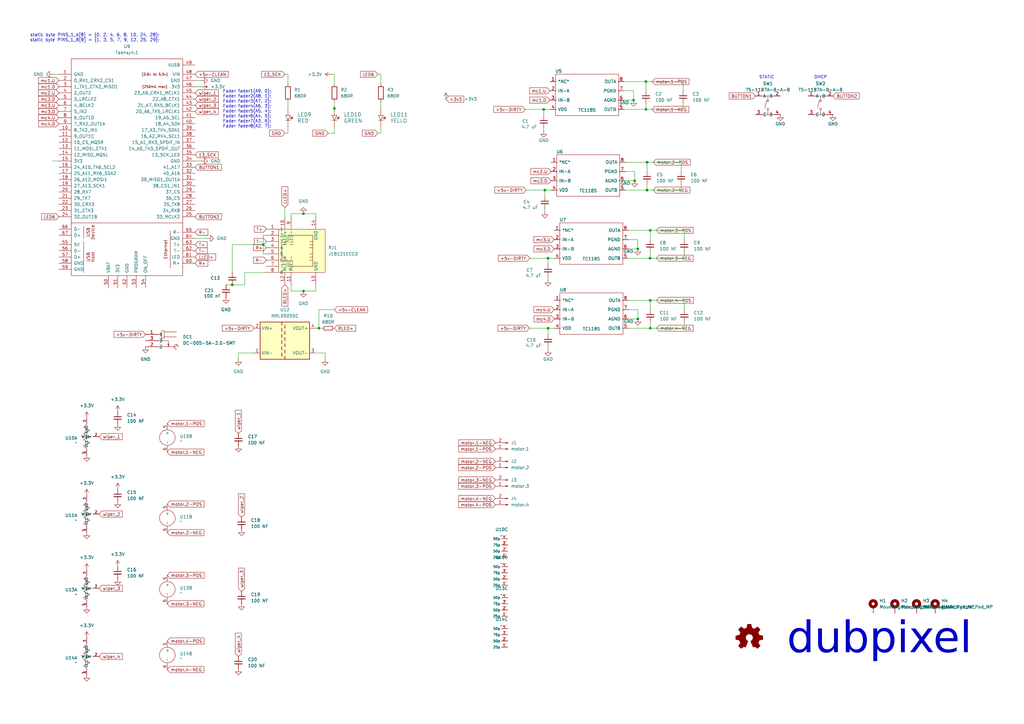
<source format=kicad_sch>
(kicad_sch (version 20231120) (generator "eeschema") (generator_version "8.0")
  (paper "A3")
  (title_block (title "dpx_faded_4_lyfe") (date "3.1.25") (rev "0.3.1"))
  (junction (at 264.9261 33.4427))
  (junction (at 261.62 130.81))
  (junction (at 259.8461 41.0627))
  (junction (at 260.3063 74.1541))
  (junction (at 261.5763 102.0941))
  (junction (at 224.79 134.62))
  (junction (at 137.16 44.45))
  (junction (at 266.6563 94.4741))
  (junction (at 223.4763 77.9641))
  (junction (at 265.3863 77.9641))
  (junction (at 223.0161 44.8727))
  (junction (at 124.46 119.38))
  (junction (at 266.7 123.19))
  (junction (at 224.7463 105.9041))
  (junction (at 266.7 134.62))
  (junction (at 265.3863 66.5341))
  (junction (at 124.46 87.63))
  (junction (at 266.6563 105.9041))
  (junction (at 264.9261 44.8727))
  (junction (at 107.95 100.33))
  (junction (at 130.81 134.62))
  (junction (at 95.25 116.84))
  (wire (pts (xy 223.4763 77.9641) (xy 226.0163 77.9641)))
  (wire (pts (xy 266.7 132.08) (xy 266.7 134.62)))
  (wire (pts (xy 130.81 134.62) (xy 132.08 134.62)))
  (wire (pts (xy 119.38 116.84) (xy 119.38 119.38)))
  (wire (pts (xy 109.22 111.76) (xy 100.33 111.76)))
  (wire (pts (xy 154.94 54.61) (xy 156.21 54.61)) (stroke (width 0.1524)))
  (wire (pts (xy 256.0361 44.8727) (xy 264.9261 44.8727)))
  (wire (pts (xy 224.79 142.24) (xy 224.79 143.51)))
  (wire (pts (xy 266.6563 94.4741) (xy 280.6263 94.4741)))
  (wire (pts (xy 80.01 97.79) (xy 85.09 97.79)))
  (wire (pts (xy 224.79 134.62) (xy 227.33 134.62)))
  (wire (pts (xy 266.6563 105.9041) (xy 280.6263 105.9041)))
  (wire (pts (xy 265.3863 75.4241) (xy 265.3863 77.9641)))
  (wire (pts (xy 224.7463 105.9041) (xy 224.7463 108.4441)))
  (wire (pts (xy 256.4963 66.5341) (xy 265.3863 66.5341)))
  (wire (pts (xy 116.84 30.48) (xy 118.11 30.48)))
  (wire (pts (xy 257.81 130.81) (xy 261.62 130.81)))
  (wire (pts (xy 118.11 54.61) (xy 116.84 54.61)))
  (wire (pts (xy 107.95 104.14) (xy 109.22 104.14)))
  (wire (pts (xy 266.7 123.19) (xy 266.7 127)))
  (wire (pts (xy 129.54 144.78) (xy 133.35 144.78)))
  (wire (pts (xy 133.35 144.78) (xy 133.35 147.32)))
  (wire (pts (xy 135.89 30.48) (xy 137.16 30.48)))
  (wire (pts (xy 215.3961 44.8727) (xy 223.0161 44.8727)))
  (wire (pts (xy 118.11 41.91) (xy 118.11 44.45)))
  (wire (pts (xy 223.0161 44.8727) (xy 223.0161 47.4127)))
  (wire (pts (xy 257.7663 98.2841) (xy 261.5763 98.2841)))
  (wire (pts (xy 264.9261 33.4427) (xy 280.1661 33.4427)))
  (wire (pts (xy 257.81 134.62) (xy 266.7 134.62)))
  (wire (pts (xy 257.81 123.19) (xy 266.7 123.19)))
  (wire (pts (xy 107.95 100.33) (xy 107.95 104.14)))
  (wire (pts (xy 100.33 111.76) (xy 100.33 116.84)))
  (wire (pts (xy 260.3063 70.3441) (xy 260.3063 74.1541)))
  (wire (pts (xy 256.4963 74.1541) (xy 260.3063 74.1541)))
  (wire (pts (xy 279.3563 77.9641) (xy 279.3563 75.4241)))
  (wire (pts (xy 215.8563 77.9641) (xy 223.4763 77.9641)))
  (wire (pts (xy 257.7663 94.4741) (xy 266.6563 94.4741)))
  (wire (pts (xy 137.16 41.91) (xy 137.16 44.45)))
  (wire (pts (xy 257.7663 105.9041) (xy 266.6563 105.9041)))
  (wire (pts (xy 223.0161 44.8727) (xy 225.5561 44.8727)))
  (wire (pts (xy 129.54 116.84) (xy 129.54 119.38)))
  (wire (pts (xy 224.7463 105.9041) (xy 227.2863 105.9041)))
  (wire (pts (xy 104.14 144.78) (xy 97.79 144.78)))
  (wire (pts (xy 80.01 66.04) (xy 82.55 66.04)))
  (wire (pts (xy 280.1661 37.2527) (xy 280.1661 33.4427)))
  (wire (pts (xy 137.16 52.07) (xy 137.16 54.61)))
  (wire (pts (xy 118.11 52.07) (xy 118.11 54.61)))
  (wire (pts (xy 134.62 54.61) (xy 137.16 54.61)))
  (wire (pts (xy 264.9261 44.8727) (xy 280.1661 44.8727)))
  (wire (pts (xy 119.38 119.38) (xy 124.46 119.38)))
  (wire (pts (xy 129.54 87.63) (xy 129.54 88.9)))
  (wire (pts (xy 279.3563 66.5341) (xy 279.3563 70.3441)))
  (wire (pts (xy 256.4963 70.3441) (xy 260.3063 70.3441)))
  (wire (pts (xy 21.59 30.48) (xy 24.13 30.48)))
  (wire (pts (xy 107.95 96.52) (xy 107.95 100.33)))
  (wire (pts (xy 80.01 35.56) (xy 82.55 35.56)))
  (wire (pts (xy 130.81 134.62) (xy 130.81 127)))
  (wire (pts (xy 95.25 100.33) (xy 107.95 100.33)))
  (wire (pts (xy 223.4763 85.5841) (xy 223.4763 86.8541)))
  (wire (pts (xy 256.0361 41.0627) (xy 259.8461 41.0627)))
  (wire (pts (xy 130.81 127) (xy 137.16 127)))
  (wire (pts (xy 280.6263 94.4741) (xy 280.6263 98.2841)))
  (wire (pts (xy 217.17 134.62) (xy 224.79 134.62)))
  (wire (pts (xy 80.01 33.02) (xy 82.55 33.02)))
  (wire (pts (xy 97.79 144.78) (xy 97.79 147.32)))
  (wire (pts (xy 156.21 41.91) (xy 156.21 44.45)))
  (wire (pts (xy 95.25 100.33) (xy 95.25 111.76)))
  (wire (pts (xy 280.67 134.62) (xy 280.67 132.08)))
  (wire (pts (xy 100.33 116.84) (xy 95.25 116.84)))
  (wire (pts (xy 264.9261 33.4427) (xy 264.9261 37.2527)))
  (wire (pts (xy 280.1661 44.8727) (xy 280.1661 42.3327)))
  (wire (pts (xy 265.3863 77.9641) (xy 279.3563 77.9641)))
  (wire (pts (xy 137.16 44.45) (xy 137.16 45.72)))
  (wire (pts (xy 256.4963 77.9641) (xy 265.3863 77.9641)))
  (wire (pts (xy 137.16 30.48) (xy 137.16 34.29)))
  (wire (pts (xy 280.67 123.19) (xy 280.67 127)))
  (wire (pts (xy 21.59 66.04) (xy 24.13 66.04)))
  (wire (pts (xy 256.0361 33.4427) (xy 264.9261 33.4427)))
  (wire (pts (xy 257.81 127) (xy 261.62 127)))
  (wire (pts (xy 223.4763 77.9641) (xy 223.4763 80.5041)))
  (wire (pts (xy 265.3863 66.5341) (xy 265.3863 70.3441)))
  (wire (pts (xy 116.84 88.9) (xy 116.84 85.09)))
  (wire (pts (xy 224.7463 113.5241) (xy 224.7463 114.7941)))
  (wire (pts (xy 266.7 123.19) (xy 280.67 123.19)))
  (wire (pts (xy 156.21 52.07) (xy 156.21 54.61)) (stroke (width 0.1524)))
  (wire (pts (xy 264.9261 42.3327) (xy 264.9261 44.8727)))
  (wire (pts (xy 118.11 30.48) (xy 118.11 34.29)))
  (wire (pts (xy 266.7 134.62) (xy 280.67 134.62)))
  (wire (pts (xy 124.46 119.38) (xy 129.54 119.38)))
  (wire (pts (xy 119.38 88.9) (xy 119.38 87.63)))
  (wire (pts (xy 124.46 87.63) (xy 129.54 87.63)))
  (wire (pts (xy 266.6563 103.3641) (xy 266.6563 105.9041)))
  (wire (pts (xy 259.8461 37.2527) (xy 259.8461 41.0627)))
  (wire (pts (xy 223.0161 52.4927) (xy 223.0161 53.7627)))
  (wire (pts (xy 217.1263 105.9041) (xy 224.7463 105.9041)))
  (wire (pts (xy 265.3863 66.5341) (xy 279.3563 66.5341)))
  (wire (pts (xy 280.6263 105.9041) (xy 280.6263 103.3641)))
  (wire (pts (xy 156.21 30.48) (xy 156.21 34.29)))
  (wire (pts (xy 154.94 30.48) (xy 156.21 30.48)))
  (wire (pts (xy 224.79 134.62) (xy 224.79 137.16)))
  (wire (pts (xy 129.54 134.62) (xy 130.81 134.62)))
  (wire (pts (xy 257.7663 102.0941) (xy 261.5763 102.0941)))
  (wire (pts (xy 266.6563 94.4741) (xy 266.6563 98.2841)))
  (wire (pts (xy 92.71 116.84) (xy 95.25 116.84)))
  (wire (pts (xy 256.0361 37.2527) (xy 259.8461 37.2527)))
  (wire (pts (xy 261.62 127) (xy 261.62 130.81)))
  (wire (pts (xy 109.22 96.52) (xy 107.95 96.52)))
  (wire (pts (xy 119.38 87.63) (xy 124.46 87.63)))
  (wire (pts (xy 261.5763 98.2841) (xy 261.5763 102.0941)))
  (text "DHCP" (at 336.55 31.75 0) (effects (font (size 1.27 1.27))))
  (text "dubpixel" (at 360.68 265.684 0) (effects (font (size 12.7 12.7))))
  (text "STATIC" (at 314.452 31.75 0) (effects (font (size 1.27 1.27))))
  (text "static byte PINS_1_A[8] = {0, 2, 4, 6, 8, 10, 24, 28};\nstatic byte PINS_1_B[8] = {1, 3, 5, 7, 9, 12, 25, 29};" (at 38.862 15.494 0) (effects (font (size 1.27 1.27))))
  (text "Fader fader1(A9, 0);\nFader fader2(A8, 1);\nFader fader3(A7, 2);\nFader fader4(A6, 3);\nFader fader5(A5, 4);\nFader fader6(A4, 5);\nFader fader7(A3, 6);\nFader fader8(A2, 7);\n\n" (at 101.346 45.72 0) (effects (font (size 1.27 1.27))))
  (global_label "+5v-DIRTY" (shape input) (at 215.3961 44.8727 180) (property "Intersheetrefs" "${INTERSHEET_REFS}" (effects (hide yes))))
  (global_label "+5v-DIRTY" (shape input) (at 104.14 134.62 180) (property "Intersheetrefs" "${INTERSHEET_REFS}" (effects (hide yes))))
  (global_label "motor.1-POS" (shape input) (at 203.2 184.15 180) (property "Intersheetrefs" "${INTERSHEET_REFS}" (effects (hide yes))))
  (global_label "motor.3-POS" (shape input) (at 203.2 199.39 180) (property "Intersheetrefs" "${INTERSHEET_REFS}" (effects (hide yes))))
  (global_label "mc4.D" (shape input) (at 227.33 130.81 180) (property "Intersheetrefs" "${INTERSHEET_REFS}" (effects (hide yes))))
  (global_label "motor.2-POS" (shape input) (at 68.5942 206.738 0) (property "Intersheetrefs" "${INTERSHEET_REFS}" (effects (hide yes))))
  (global_label "LED6" (shape input) (at 24.13 88.9 180) (property "Intersheetrefs" "${INTERSHEET_REFS}" (effects (hide yes))))
  (global_label "wiper_1" (shape input) (at 40.64 179.07 0) (property "Intersheetrefs" "${INTERSHEET_REFS}" (effects (hide yes))))
  (global_label "motor.2-NEG" (shape input) (at 68.58 218.44 0) (property "Intersheetrefs" "${INTERSHEET_REFS}" (effects (hide yes))))
  (global_label "GND" (shape input) (at 134.62 54.61 180) (property "Intersheetrefs" "${INTERSHEET_REFS}" (effects (hide yes))))
  (global_label "motor.1-NEG" (shape input) (at 267.4661 44.8727 0) (property "Intersheetrefs" "${INTERSHEET_REFS}" (effects (hide yes))))
  (global_label "motor.1-POS" (shape input) (at 68.5942 173.718 0) (property "Intersheetrefs" "${INTERSHEET_REFS}" (effects (hide yes))))
  (global_label "motor.1-NEG" (shape input) (at 203.2 181.61 180) (property "Intersheetrefs" "${INTERSHEET_REFS}" (effects (hide yes))))
  (global_label "13_SCK" (shape input) (at 116.84 30.48 180) (property "Intersheetrefs" "${INTERSHEET_REFS}" (effects (hide yes))))
  (global_label "+5v-DIRTY" (shape input) (at 217.3057 105.9041 180) (property "Intersheetrefs" "${INTERSHEET_REFS}" (effects (hide yes))))
  (global_label "mc4.U" (shape input) (at 24.13 48.26 180) (property "Intersheetrefs" "${INTERSHEET_REFS}" (effects (hide yes))))
  (global_label "BUTTON1" (shape input) (at 309.88 39.37 180) (property "Intersheetrefs" "${INTERSHEET_REFS}" (effects (hide yes))))
  (global_label "motor.2-NEG" (shape input) (at 267.9263 77.9641 0) (property "Intersheetrefs" "${INTERSHEET_REFS}" (effects (hide yes))))
  (global_label "RLED+" (shape input) (at 116.84 116.84 270) (property "Intersheetrefs" "${INTERSHEET_REFS}" (effects (hide yes))))
  (global_label "mc3.U" (shape input) (at 227.2863 98.2841 180) (property "Intersheetrefs" "${INTERSHEET_REFS}" (effects (hide yes))))
  (global_label "GND" (shape input) (at 116.84 54.61 180) (property "Intersheetrefs" "${INTERSHEET_REFS}" (effects (hide yes))))
  (global_label "motor.4-NEG" (shape input) (at 203.2 204.47 180) (property "Intersheetrefs" "${INTERSHEET_REFS}" (effects (hide yes))))
  (global_label "+3v3" (shape input) (at 182.88 40.64 0) (property "Intersheetrefs" "${INTERSHEET_REFS}" (effects (hide yes))))
  (global_label "BUTTON2" (shape input) (at 80.01 88.9 0) (property "Intersheetrefs" "${INTERSHEET_REFS}" (effects (hide yes))))
  (global_label "mc2.D" (shape input) (at 24.13 40.64 180) (property "Intersheetrefs" "${INTERSHEET_REFS}" (effects (hide yes))))
  (global_label "+5v-CLEAN" (shape input) (at 80.01 30.48 0) (property "Intersheetrefs" "${INTERSHEET_REFS}" (effects (hide yes))))
  (global_label "motor.2-POS" (shape input) (at 267.9263 66.5341 0) (property "Intersheetrefs" "${INTERSHEET_REFS}" (effects (hide yes))))
  (global_label "mc1.D" (shape input) (at 225.5561 41.0627 180) (property "Intersheetrefs" "${INTERSHEET_REFS}" (effects (hide yes))))
  (global_label "wiper_4" (shape input) (at 40.64 269.24 0) (property "Intersheetrefs" "${INTERSHEET_REFS}" (effects (hide yes))))
  (global_label "wiper_4" (shape input) (at 80.01 45.72 0) (property "Intersheetrefs" "${INTERSHEET_REFS}" (effects (hide yes))))
  (global_label "wiper_3" (shape input) (at 80.01 43.18 0) (property "Intersheetrefs" "${INTERSHEET_REFS}" (effects (hide yes))))
  (global_label "motor.3-NEG" (shape input) (at 269.1963 105.9041 0) (property "Intersheetrefs" "${INTERSHEET_REFS}" (effects (hide yes))))
  (global_label "motor.3-NEG" (shape input) (at 203.2 196.85 180) (property "Intersheetrefs" "${INTERSHEET_REFS}" (effects (hide yes))))
  (global_label "R+" (shape input) (at 109.22 101.6 180) (property "Intersheetrefs" "${INTERSHEET_REFS}" (effects (hide yes))))
  (global_label "motor.4-POS" (shape input) (at 68.58 262.89 0) (property "Intersheetrefs" "${INTERSHEET_REFS}" (effects (hide yes))))
  (global_label "wiper_3" (shape input) (at 99.06 242.57 90) (property "Intersheetrefs" "${INTERSHEET_REFS}" (effects (hide yes))))
  (global_label "mc2.U" (shape input) (at 226.0163 70.3441 180) (property "Intersheetrefs" "${INTERSHEET_REFS}" (effects (hide yes))))
  (global_label "T-" (shape input) (at 109.22 99.06 180) (property "Intersheetrefs" "${INTERSHEET_REFS}" (effects (hide yes))))
  (global_label "T+" (shape input) (at 109.22 93.98 180) (property "Intersheetrefs" "${INTERSHEET_REFS}" (effects (hide yes))))
  (global_label "wiper_2" (shape input) (at 40.64 210.82 0) (property "Intersheetrefs" "${INTERSHEET_REFS}" (effects (hide yes))))
  (global_label "motor.4-NEG" (shape input) (at 68.5658 274.592 0) (property "Intersheetrefs" "${INTERSHEET_REFS}" (effects (hide yes))))
  (global_label "BUTTON1" (shape input) (at 80.01 68.58 0) (property "Intersheetrefs" "${INTERSHEET_REFS}" (effects (hide yes))))
  (global_label "+5v-DIRTY" (shape input) (at 215.8563 77.9641 180) (property "Intersheetrefs" "${INTERSHEET_REFS}" (effects (hide yes))))
  (global_label "wiper_4" (shape input) (at 97.79 269.24 90) (property "Intersheetrefs" "${INTERSHEET_REFS}" (effects (hide yes))))
  (global_label "mc1.D" (shape input) (at 24.13 35.56 180) (property "Intersheetrefs" "${INTERSHEET_REFS}" (effects (hide yes))))
  (global_label "motor.4-POS" (shape input) (at 269.24 123.19 0) (property "Intersheetrefs" "${INTERSHEET_REFS}" (effects (hide yes))))
  (global_label "motor.3-POS" (shape input) (at 68.5942 235.948 0) (property "Intersheetrefs" "${INTERSHEET_REFS}" (effects (hide yes))))
  (global_label "T+" (shape input) (at 80.01 100.33 0) (property "Intersheetrefs" "${INTERSHEET_REFS}" (effects (hide yes))))
  (global_label "GND" (shape input) (at 154.94 54.61 180) (property "Intersheetrefs" "${INTERSHEET_REFS}" (effects (hide yes))))
  (global_label "LLED+" (shape input) (at 116.84 85.09 90) (property "Intersheetrefs" "${INTERSHEET_REFS}" (effects (hide yes))))
  (global_label "13_SCK" (shape input) (at 80.01 63.5 0) (property "Intersheetrefs" "${INTERSHEET_REFS}" (effects (hide yes))))
  (global_label "mc3.D" (shape input) (at 24.13 45.72 180) (property "Intersheetrefs" "${INTERSHEET_REFS}" (effects (hide yes))))
  (global_label "R+" (shape input) (at 80.01 107.95 0) (property "Intersheetrefs" "${INTERSHEET_REFS}" (effects (hide yes))))
  (global_label "wiper_2" (shape input) (at 99.06 212.09 90) (property "Intersheetrefs" "${INTERSHEET_REFS}" (effects (hide yes))))
  (global_label "+5v-DIRTY" (shape input) (at 217.17 134.62 180) (property "Intersheetrefs" "${INTERSHEET_REFS}" (effects (hide yes))))
  (global_label "motor.1-NEG" (shape input) (at 68.58 185.42 0) (property "Intersheetrefs" "${INTERSHEET_REFS}" (effects (hide yes))))
  (global_label "wiper_1" (shape input) (at 80.01 38.1 0) (property "Intersheetrefs" "${INTERSHEET_REFS}" (effects (hide yes))))
  (global_label "mc1.U" (shape input) (at 225.5561 37.2527 180) (property "Intersheetrefs" "${INTERSHEET_REFS}" (effects (hide yes))))
  (global_label "motor.4-POS" (shape input) (at 203.2 207.01 180) (property "Intersheetrefs" "${INTERSHEET_REFS}" (effects (hide yes))))
  (global_label "mc4.U" (shape input) (at 227.33 127 180) (property "Intersheetrefs" "${INTERSHEET_REFS}" (effects (hide yes))))
  (global_label "T-" (shape input) (at 80.01 102.87 0) (property "Intersheetrefs" "${INTERSHEET_REFS}" (effects (hide yes))))
  (global_label "RLED+" (shape input) (at 137.16 134.62 0) (property "Intersheetrefs" "${INTERSHEET_REFS}" (effects (hide yes))))
  (global_label "LED6" (shape input) (at 154.94 30.48 180) (property "Intersheetrefs" "${INTERSHEET_REFS}" (effects (hide yes))))
  (global_label "motor.1-POS" (shape input) (at 267.4661 33.4427 0) (property "Intersheetrefs" "${INTERSHEET_REFS}" (effects (hide yes))))
  (global_label "BUTTON2" (shape input) (at 341.63 39.37 0) (property "Intersheetrefs" "${INTERSHEET_REFS}" (effects (hide yes))))
  (global_label "+5v-DIRTY" (shape input) (at 59.69 137.16 180) (property "Intersheetrefs" "${INTERSHEET_REFS}" (effects (hide yes))))
  (global_label "LLED+" (shape input) (at 80.01 105.41 0) (property "Intersheetrefs" "${INTERSHEET_REFS}" (effects (hide yes))))
  (global_label "motor.2-NEG" (shape input) (at 203.2 189.23 180) (property "Intersheetrefs" "${INTERSHEET_REFS}" (effects (hide yes))))
  (global_label "wiper_3" (shape input) (at 40.64 241.3 0) (property "Intersheetrefs" "${INTERSHEET_REFS}" (effects (hide yes))))
  (global_label "motor.3-POS" (shape input) (at 269.1963 94.4741 0) (property "Intersheetrefs" "${INTERSHEET_REFS}" (effects (hide yes))))
  (global_label "motor.2-POS" (shape input) (at 203.2 191.77 180) (property "Intersheetrefs" "${INTERSHEET_REFS}" (effects (hide yes))))
  (global_label "mc2.D" (shape input) (at 226.0163 74.1541 180) (property "Intersheetrefs" "${INTERSHEET_REFS}" (effects (hide yes))))
  (global_label "R-" (shape input) (at 80.01 95.25 0) (property "Intersheetrefs" "${INTERSHEET_REFS}" (effects (hide yes))))
  (global_label "mc2.U" (shape input) (at 24.13 38.1 180) (property "Intersheetrefs" "${INTERSHEET_REFS}" (effects (hide yes))))
  (global_label "+5v-CLEAN" (shape input) (at 137.16 127 0) (property "Intersheetrefs" "${INTERSHEET_REFS}" (effects (hide yes))))
  (global_label "wiper_1" (shape input) (at 97.79 177.8 90) (property "Intersheetrefs" "${INTERSHEET_REFS}" (effects (hide yes))))
  (global_label "motor.4-NEG" (shape input) (at 269.24 134.62 0) (property "Intersheetrefs" "${INTERSHEET_REFS}" (effects (hide yes))))
  (global_label "wiper_2" (shape input) (at 80.01 40.64 0) (property "Intersheetrefs" "${INTERSHEET_REFS}" (effects (hide yes))))
  (global_label "R-" (shape input) (at 109.22 106.68 180) (property "Intersheetrefs" "${INTERSHEET_REFS}" (effects (hide yes))))
  (global_label "mc3.U" (shape input) (at 24.13 43.18 180) (property "Intersheetrefs" "${INTERSHEET_REFS}" (effects (hide yes))))
  (global_label "mc3.D" (shape input) (at 227.2863 102.0941 180) (property "Intersheetrefs" "${INTERSHEET_REFS}" (effects (hide yes))))
  (global_label "motor.3-NEG" (shape input) (at 68.58 247.65 0) (property "Intersheetrefs" "${INTERSHEET_REFS}" (effects (hide yes))))
  (global_label "mc4.D" (shape input) (at 24.13 50.8 180) (property "Intersheetrefs" "${INTERSHEET_REFS}" (effects (hide yes))))
  (global_label "mc1.U" (shape input) (at 24.13 33.02 180) (property "Intersheetrefs" "${INTERSHEET_REFS}" (effects (hide yes))))
  (symbol (lib_id "Device:C_Small") (at 48.26 234.95 0) (unit 1)
    (property "Reference" "C16" (at 52.07 233.6799 0) (effects (justify left)))
    (property "Value" "100 NF" (at 52.07 236.2199 0) (effects (justify left)))
    (property "Footprint" "Capacitor_SMD:C_0603_1608Metric_Pad1.08x0.95mm_HandSolder" (effects (hide yes)))
    (property "Description" "Unpolarized capacitor, small symbol" (effects (hide yes)))
    (property "LCSC" "C14663" (effects (hide yes)))
  )
  (symbol (lib_id "power:GND") (at 97.79 274.32 0) (unit 1)
    (property "Reference" "#PWR042" (effects (hide yes)))
    (property "Value" "GND" (effects (hide yes)))
    (property "Description" "Power symbol creates a global label with name \"GND\" , ground" (effects (hide yes)))
  )
  (symbol (lib_id "Device:C_Small") (at 223.4763 83.0441 0) (unit 1)
    (property "Reference" "C4" (at 214.5863 82.7901 0) (effects (justify left)))
    (property "Value" "4.7 uF" (at 214.3323 85.0761 0) (effects (justify left)))
    (property "Footprint" "Capacitor_SMD:C_1206_3216Metric_Pad1.33x1.80mm_HandSolder" (effects (hide yes)))
    (property "Description" "Unpolarized capacitor, small symbol" (effects (hide yes)))
    (property "LCSC" "C29823" (effects (hide yes)))
  )
  (symbol (lib_id "Device:C_Small") (at 97.79 180.34 0) (unit 1)
    (property "Reference" "C17" (at 101.6 179.0699 0) (effects (justify left)))
    (property "Value" "100 NF" (at 101.6 181.6099 0) (effects (justify left)))
    (property "Footprint" "Capacitor_SMD:C_0603_1608Metric_Pad1.08x0.95mm_HandSolder" (effects (hide yes)))
    (property "Description" "Unpolarized capacitor, small symbol" (effects (hide yes)))
    (property "LCSC" "C14663" (effects (hide yes)))
  )
  (symbol (lib_id "Connector:Conn_01x02_Pin") (at 208.28 191.77 180) (unit 1)
    (property "Reference" "J2" (at 209.55 189.2299 0) (effects (justify right)))
    (property "Value" "motor.2" (at 209.55 191.7699 0) (effects (justify right)))
    (property "Footprint" "EasyEda-Automatic:CONN-SMD_PH2.0-1X2PW" (effects (hide yes)))
    (property "Description" "Generic connector, single row, 01x02, script generated" (effects (hide yes)))
    (property "LCSC" "C64658" (effects (hide yes)))
  )
  (symbol (lib_id "EasyEDA-AutoImport:TS-1187A-B-A-B") (at 314.96 41.91 0) (unit 1)
    (property "Reference" "SW1" (at 314.96 34.29 0))
    (property "Value" "TS-1187A-B-A-B" (at 314.96 36.83 0))
    (property "Footprint" "EasyEda-Automatic:SW-SMD_4P-L5.1-W5.1-P3.70-LS6.5-TL_H1.5" (effects (hide yes)))
    (property "Datasheet" "https://lcsc.com/product-detail/Tactile-Switches_XKB-Enterprise-TS-1187-B-A-A_C318884.html" (effects (hide yes)))
    (property "LCSC Part" "C318884" (effects (hide yes)))
    (property "LCSC" "C318884" (effects (hide yes)))
  )
  (symbol (lib_id "power:+3.3V") (at 48.26 232.41 0) (unit 1)
    (property "Reference" "#PWR036" (effects (hide yes)))
    (property "Value" "+3.3V" (at 48.26 227.33 0))
    (property "Description" "Power symbol creates a global label with name \"+3.3V\"" (effects (hide yes)))
  )
  (symbol (lib_id "Device:C_Small") (at 48.26 203.2 0) (unit 1)
    (property "Reference" "C15" (at 52.07 201.9299 0) (effects (justify left)))
    (property "Value" "100 NF" (at 52.07 204.4699 0) (effects (justify left)))
    (property "Footprint" "Capacitor_SMD:C_0603_1608Metric_Pad1.08x0.95mm_HandSolder" (effects (hide yes)))
    (property "Description" "Unpolarized capacitor, small symbol" (effects (hide yes)))
    (property "LCSC" "C14663" (effects (hide yes)))
  )
  (symbol (lib_id "power:GND") (at 82.55 66.04 90) (unit 1)
    (property "Reference" "#PWR027" (effects (hide yes)))
    (property "Value" "GND" (at 86.36 66.0399 90) (effects (justify right)))
    (property "Description" "Power symbol creates a global label with name \"GND\" , ground" (effects (hide yes)))
  )
  (symbol (lib_id "power:GND") (at 260.3063 74.1541 0) (unit 1)
    (property "Reference" "#PWR015" (effects (hide yes)))
    (property "Value" "GND" (at 256.4963 75.1701 0))
    (property "Description" "Power symbol creates a global label with name \"GND\" , ground" (effects (hide yes)))
  )
  (symbol (lib_id "power:GND") (at 124.46 119.38 0) (unit 1)
    (property "Reference" "#PWR029" (effects (hide yes)))
    (property "Value" "GND" (at 124.46 124.46 0))
    (property "Description" "Power symbol creates a global label with name \"GND\" , ground" (effects (hide yes)))
  )
  (symbol (lib_id "power:+3.3V") (at 82.55 35.56 270) (unit 1)
    (property "Reference" "#PWR022" (effects (hide yes)))
    (property "Value" "+3.3V" (at 86.36 35.5599 90) (effects (justify left)))
    (property "Description" "Power symbol creates a global label with name \"+3.3V\"" (effects (hide yes)))
  )
  (symbol (lib_id "Device:C_Small") (at 280.1661 39.7927 0) (unit 1)
    (property "Reference" "C3" (at 283.9761 38.5226 0) (effects (justify left)))
    (property "Value" "100 NF" (at 283.9761 41.0626 0) (effects (justify left)))
    (property "Footprint" "Capacitor_SMD:C_0603_1608Metric_Pad1.08x0.95mm_HandSolder" (effects (hide yes)))
    (property "Description" "Unpolarized capacitor, small symbol" (effects (hide yes)))
    (property "LCSC" "C14663" (effects (hide yes)))
  )
  (symbol (lib_id "power:GND") (at 223.0161 53.7627 0) (unit 1)
    (property "Reference" "#PWR010" (effects (hide yes)))
    (property "Value" "GND" (at 223.0161 57.5727 0))
    (property "Description" "Power symbol creates a global label with name \"GND\" , ground" (effects (hide yes)))
  )
  (symbol (lib_id "power:GND") (at 48.26 237.49 0) (unit 1)
    (property "Reference" "#PWR037" (effects (hide yes)))
    (property "Value" "GND" (effects (hide yes)))
    (property "Description" "Power symbol creates a global label with name \"GND\" , ground" (effects (hide yes)))
  )
  (symbol (lib_id "Device:C_Small") (at 266.7 129.54 0) (unit 1)
    (property "Reference" "C11" (at 270.51 128.2699 0) (effects (justify left)))
    (property "Value" "100 NF" (at 270.51 130.8099 0) (effects (justify left)))
    (property "Footprint" "Capacitor_SMD:C_0603_1608Metric_Pad1.08x0.95mm_HandSolder" (effects (hide yes)))
    (property "Description" "Unpolarized capacitor, small symbol" (effects (hide yes)))
    (property "LCSC" "C14663" (effects (hide yes)))
  )
  (symbol (lib_id "power:GND") (at 224.79 143.51 0) (unit 1)
    (property "Reference" "#PWR011" (effects (hide yes)))
    (property "Value" "GND" (at 224.79 147.32 0))
    (property "Description" "Power symbol creates a global label with name \"GND\" , ground" (effects (hide yes)))
  )
  (symbol (lib_id "Connector:Conn_01x02_Pin") (at 208.28 199.39 180) (unit 1)
    (property "Reference" "J3" (at 209.55 196.8499 0) (effects (justify right)))
    (property "Value" "motor.3" (at 209.55 199.3899 0) (effects (justify right)))
    (property "Footprint" "EasyEda-Automatic:CONN-SMD_PH2.0-1X2PW" (effects (hide yes)))
    (property "Description" "Generic connector, single row, 01x02, script generated" (effects (hide yes)))
    (property "LCSC" "C64658" (effects (hide yes)))
  )
  (symbol (lib_id "power:GND") (at 97.79 182.88 0) (unit 1)
    (property "Reference" "#PWR019" (effects (hide yes)))
    (property "Value" "GND" (effects (hide yes)))
    (property "Description" "Power symbol creates a global label with name \"GND\" , ground" (effects (hide yes)))
  )
  (symbol (lib_id "Device:C_Small") (at 92.71 119.38 0) (unit 1)
    (property "Reference" "C21" (at 83.82 119.126 0) (effects (justify left)))
    (property "Value" "100 nF" (at 83.566 121.412 0) (effects (justify left)))
    (property "Footprint" "Capacitor_SMD:C_0805_2012Metric_Pad1.18x1.45mm_HandSolder" (effects (hide yes)))
    (property "Description" "Unpolarized capacitor, small symbol" (effects (hide yes)))
    (property "LCSC" "C14663" (effects (hide yes)))
  )
  (symbol (lib_id "power:GND") (at 97.79 147.32 0) (unit 1)
    (property "Reference" "#PWR01" (effects (hide yes)))
    (property "Value" "GND" (at 97.79 152.4 0))
    (property "Description" "Power symbol creates a global label with name \"GND\" , ground" (effects (hide yes)))
  )
  (symbol (lib_id "DPX_POOP:R") (at 118.11 38.1 180) (unit 1)
    (property "Reference" "R1" (at 120.65 36.8299 0) (effects (justify right)))
    (property "Value" "680R" (at 120.65 39.3699 0) (effects (justify right)))
    (property "Footprint" "Resistor_SMD:R_0603_1608Metric_Pad0.98x0.95mm_HandSolder" (effects (hide yes)))
    (property "Description" "Resistor" (effects (hide yes)))
    (property "LCPART" "C23228" (effects (hide yes)))
    (property "LCSC" "C23228" (effects (hide yes)))
  )
  (symbol (lib_id "DPX_CONTROL:Behringer_X32_Fader_Motorized") (at 68.5658 268.242 0) (unit 2)
    (property "Reference" "U14" (at 73.6458 268.1059 0) (effects (justify left)))
    (property "Value" "~" (at 73.6458 270.011 0) (effects (justify left)))
    (property "Footprint" "DPX_CONTROL:Fader_behringerx32_b10k_100mm" (effects (hide yes)))
  )
  (symbol (lib_id "power:GND") (at 35.56 218.44 0) (unit 1)
    (property "Reference" "#PWR03" (effects (hide yes)))
    (property "Value" "GND" (effects (hide yes)))
    (property "Description" "Power symbol creates a global label with name \"GND\" , ground" (effects (hide yes)))
  )
  (symbol (lib_id "DPX_CONTROL:Behringer_X32_Fader_Motorized") (at 35.56 269.24 0) (unit 1)
    (property "Reference" "U14" (at 31.75 269.8186 0) (effects (justify right)))
    (property "Value" "~" (at 31.75 271.7237 0) (effects (justify right)))
    (property "Footprint" "DPX_CONTROL:Fader_behringerx32_b10k_100mm" (effects (hide yes)))
  )
  (symbol (lib_id "DPX_CONTROL:Behringer_X32_Fader_Motorized") (at 35.56 179.07 0) (unit 1)
    (property "Reference" "U10" (at 31.75 179.6486 0) (effects (justify right)))
    (property "Value" "~" (at 31.75 181.5537 0) (effects (justify right)))
    (property "Footprint" "DPX_CONTROL:Fader_behringerx32_b10k_100mm" (effects (hide yes)))
  )
  (symbol (lib_id "EasyEDA-AutoImport:DC-005-5A-2.0-SMT") (at 67.31 139.7 0) (mirror y) (unit 1)
    (property "Reference" "DC1" (at 74.93 138.1799 0) (effects (justify right)))
    (property "Value" "DC-005-5A-2.0-SMT" (at 74.93 140.7199 0) (effects (justify right)))
    (property "Footprint" "EasyEda-Automatic:DC-IN-TH_DC-005-5A-2.0-SMT" (effects (hide yes)))
    (property "Datasheet" "https://lcsc.com/product-detail/Power-Connectors_XKB-Enterprise-DC-005-5A-2-0-SMT_C319134.html" (effects (hide yes)))
    (property "LCSC Part" "C319134" (effects (hide yes)))
    (property "LCSC" "C319134" (effects (hide yes)))
  )
  (symbol (lib_id "power:+3.3V") (at 35.56 261.62 0) (unit 1)
    (property "Reference" "#PWR08" (effects (hide yes)))
    (property "Value" "+3.3V" (at 35.56 256.54 0))
    (property "Description" "Power symbol creates a global label with name \"+3.3V\"" (effects (hide yes)))
  )
  (symbol (lib_id "DPX_CONTROL:Behringer_X32_Fader_Motorized") (at 35.56 241.3 0) (unit 1)
    (property "Reference" "U13" (at 31.75 241.8786 0) (effects (justify right)))
    (property "Value" "~" (at 31.75 243.7837 0) (effects (justify right)))
    (property "Footprint" "DPX_CONTROL:Fader_behringerx32_b10k_100mm" (effects (hide yes)))
  )
  (symbol (lib_id "DPX_IC:TC118S") (at 240.7961 38.5227 0) (unit 1)
    (property "Reference" "U5" (at 229.1121 29.1247 0))
    (property "Value" "TC118S" (at 240.7961 45.1267 0))
    (property "Footprint" "EasyEda-Automatic:SOP-8_L4.9-W3.9-P1.27-LS6.0-BL" (effects (hide yes)))
    (property "LCSC" "C88308" (effects (hide yes)))
  )
  (symbol (lib_id "EasyEDA-AutoImport:J1B1211CCD") (at 121.92 104.14 270) (unit 1)
    (property "Reference" "RJ1" (at 134.62 101.5999 90) (effects (justify left)))
    (property "Value" "J1B1211CCD" (at 134.62 104.1399 90) (effects (justify left)))
    (property "Footprint" "EasyEda-Automatic:RJ45-TH_J1B1211CCD" (effects (hide yes)))
    (property "Datasheet" "https://lcsc.com/product-detail/Ethernet-Connectors-Modular-Connectors-RJ45-RJ11_WIZNET-J1B1211CCD_C910371.html" (effects (hide yes)))
    (property "LCSC Part" "C910371" (effects (hide yes)))
    (property "LCSC" "C910371" (effects (hide yes)))
  )
  (symbol (lib_id "DPX_CONTROL:Behringer_X32_Fader_Motorized") (at 68.58 179.07 0) (unit 2)
    (property "Reference" "U10" (at 73.66 178.9339 0) (effects (justify left)))
    (property "Value" "~" (at 73.66 180.839 0) (effects (justify left)))
    (property "Footprint" "DPX_CONTROL:Fader_behringerx32_b10k_100mm" (effects (hide yes)))
  )
  (symbol (lib_id "Mechanical:MountingHole_Pad_MP") (at 358.14 248.92 0) (unit 1) (in_bom no)
    (property "Reference" "H1" (at 360.68 246.3799 0) (effects (justify left)))
    (property "Value" "MountingHole_Pad_MP" (at 360.68 248.9199 0) (effects (justify left)))
    (property "Footprint" "MountingHole:MountingHole_4.3mm_M4_ISO14580" (effects (hide yes)))
    (property "Description" "Mounting Hole with connection as pad named MP" (effects (hide yes)))
  )
  (symbol (lib_id "power:GND") (at 35.56 276.86 0) (unit 1)
    (property "Reference" "#PWR020" (effects (hide yes)))
    (property "Value" "GND" (effects (hide yes)))
    (property "Description" "Power symbol creates a global label with name \"GND\" , ground" (effects (hide yes)))
  )
  (symbol (lib_id "power:+3V3") (at 182.88 40.64 0) (unit 1)
    (property "Reference" "#PWR054" (effects (hide yes)))
    (property "Value" "+3V3" (at 193.04 40.64 0))
    (property "Description" "Power symbol creates a global label with name \"+3V3\"" (effects (hide yes)))
  )
  (symbol (lib_id "DPX_LED:LED") (at 156.21 48.26 270) (unit 1)
    (property "Reference" "LED11" (at 160.02 46.9899 90) (effects (font (size 1.524 1.524)) (justify left)))
    (property "Value" "YELLO" (at 160.02 49.5299 90) (effects (font (size 1.524 1.524)) (justify left)))
    (property "Footprint" "DPX_LED:LED_0805_2012Metric_Pad1.15x1.40mm_HandSolder" (effects (hide yes)))
    (property "Description" "Light Emitting Diode" (effects (hide yes)))
    (property "LCPART" "C2296" (effects (hide yes)))
    (property "LCSC" "C2296" (effects (hide yes)))
  )
  (symbol (lib_id "DPX_EXPORT_DUMP1:R_Small") (at 134.62 134.62 270) (unit 1)
    (property "Reference" "R10" (at 134.62 129.54 90))
    (property "Value" "680R" (at 134.62 132.08 90))
    (property "Footprint" "Resistor_SMD:R_0603_1608Metric_Pad0.98x0.95mm_HandSolder" (effects (hide yes)))
    (property "Description" "Resistor, small symbol" (effects (hide yes)))
    (property "LCSC" "C23228" (effects (hide yes)))
  )
  (symbol (lib_id "power:GND") (at 223.4763 86.8541 0) (unit 1)
    (property "Reference" "#PWR014" (effects (hide yes)))
    (property "Value" "GND" (effects (hide yes)))
    (property "Description" "Power symbol creates a global label with name \"GND\" , ground" (effects (hide yes)))
  )
  (symbol (lib_id "power:GND") (at 59.69 142.24 0) (unit 1)
    (property "Reference" "#PWR031" (effects (hide yes)))
    (property "Value" "GND" (at 59.69 147.32 0))
    (property "Description" "Power symbol creates a global label with name \"GND\" , ground" (effects (hide yes)))
  )
  (symbol (lib_id "power:+3.3V") (at 35.56 233.68 0) (unit 1)
    (property "Reference" "#PWR07" (effects (hide yes)))
    (property "Value" "+3.3V" (at 35.56 228.6 0))
    (property "Description" "Power symbol creates a global label with name \"+3.3V\"" (effects (hide yes)))
  )
  (symbol (lib_id "EasyEDA-AutoImport:TS-1187A-B-A-B") (at 336.55 41.91 0) (unit 1)
    (property "Reference" "SW2" (at 336.55 34.29 0))
    (property "Value" "TS-1187A-B-A-B" (at 336.55 36.83 0))
    (property "Footprint" "EasyEda-Automatic:SW-SMD_4P-L5.1-W5.1-P3.70-LS6.5-TL_H1.5" (effects (hide yes)))
    (property "Datasheet" "https://lcsc.com/product-detail/Tactile-Switches_XKB-Enterprise-TS-1187-B-A-A_C318884.html" (effects (hide yes)))
    (property "LCSC Part" "C318884" (effects (hide yes)))
    (property "LCSC" "C318884" (effects (hide yes)))
  )
  (symbol (lib_id "Device:C_Small") (at 48.26 171.45 0) (unit 1)
    (property "Reference" "C14" (at 52.07 170.1799 0) (effects (justify left)))
    (property "Value" "100 NF" (at 52.07 172.7199 0) (effects (justify left)))
    (property "Footprint" "Capacitor_SMD:C_0603_1608Metric_Pad1.08x0.95mm_HandSolder" (effects (hide yes)))
    (property "Description" "Unpolarized capacitor, small symbol" (effects (hide yes)))
    (property "LCSC" "C14663" (effects (hide yes)))
  )
  (symbol (lib_id "DPX_IC:TC118S") (at 242.5263 99.5541 0) (unit 1)
    (property "Reference" "U7" (at 230.8423 90.1561 0))
    (property "Value" "TC118S" (at 242.5263 106.1581 0))
    (property "Footprint" "EasyEda-Automatic:SOP-8_L4.9-W3.9-P1.27-LS6.0-BL" (effects (hide yes)))
    (property "LCSC" "C88308" (effects (hide yes)))
  )
  (symbol (lib_id "power:GND") (at 133.35 147.32 0) (unit 1)
    (property "Reference" "#PWR023" (effects (hide yes)))
    (property "Value" "GND" (at 133.35 152.4 0))
    (property "Description" "Power symbol creates a global label with name \"GND\" , ground" (effects (hide yes)))
  )
  (symbol (lib_id "power:GND") (at 320.04 46.99 0) (unit 1)
    (property "Reference" "#PWR09" (effects (hide yes)))
    (property "Value" "GND" (at 320.04 50.8 0))
    (property "Description" "Power symbol creates a global label with name \"GND\" , ground" (effects (hide yes)))
  )
  (symbol (lib_id "power:GND") (at 48.26 173.99 0) (unit 1)
    (property "Reference" "#PWR033" (effects (hide yes)))
    (property "Value" "GND" (effects (hide yes)))
    (property "Description" "Power symbol creates a global label with name \"GND\" , ground" (effects (hide yes)))
  )
  (symbol (lib_id "power:GND") (at 92.71 121.92 0) (unit 1)
    (property "Reference" "#PWR016" (effects (hide yes)))
    (property "Value" "GND" (at 92.71 127 0))
    (property "Description" "Power symbol creates a global label with name \"GND\" , ground" (effects (hide yes)))
  )
  (symbol (lib_id "DPX_CONTROL:Behringer_X32_Fader_Motorized") (at 218.44 267.97 0) (unit 3)
    (property "Reference" "U14" (at 205.74 254 0))
    (property "Value" "~" (at 205.74 256.54 0))
    (property "Footprint" "DPX_CONTROL:Fader_behringerx32_b10k_100mm" (effects (hide yes)))
  )
  (symbol (lib_id "teensy:Teensy4.1") (at 52.07 85.09 0) (unit 1)
    (property "Reference" "U9" (at 52.07 19.05 0))
    (property "Value" "Teensy4.1" (at 52.07 21.59 0))
    (property "Footprint" "DPX_IC:Teensy41_less_pins" (effects (hide yes)))
  )
  (symbol (lib_id "power:GND") (at 261.5763 102.0941 0) (unit 1)
    (property "Reference" "#PWR018" (effects (hide yes)))
    (property "Value" "GND" (at 257.7663 103.1101 0))
    (property "Description" "Power symbol creates a global label with name \"GND\" , ground" (effects (hide yes)))
  )
  (symbol (lib_id "power:+3.3V") (at 48.26 168.91 0) (unit 1)
    (property "Reference" "#PWR032" (effects (hide yes)))
    (property "Value" "+3.3V" (at 48.26 163.83 0))
    (property "Description" "Power symbol creates a global label with name \"+3.3V\"" (effects (hide yes)))
  )
  (symbol (lib_id "power:GND") (at 261.62 130.81 0) (unit 1)
    (property "Reference" "#PWR021" (effects (hide yes)))
    (property "Value" "GND" (at 257.81 131.826 0))
    (property "Description" "Power symbol creates a global label with name \"GND\" , ground" (effects (hide yes)))
  )
  (symbol (lib_id "DPX_CONTROL:Behringer_X32_Fader_Motorized") (at 218.44 242.57 0) (unit 3)
    (property "Reference" "U11" (at 205.74 228.6 0))
    (property "Value" "~" (at 205.74 231.14 0))
    (property "Footprint" "DPX_CONTROL:Fader_behringerx32_b10k_100mm" (effects (hide yes)))
  )
  (symbol (lib_id "power:GND") (at 124.46 87.63 180) (unit 1)
    (property "Reference" "#PWR030" (effects (hide yes)))
    (property "Value" "GND" (at 124.46 82.55 0))
    (property "Description" "Power symbol creates a global label with name \"GND\" , ground" (effects (hide yes)))
  )
  (symbol (lib_id "power:+3.3V") (at 35.56 171.45 0) (unit 1)
    (property "Reference" "#PWR05" (effects (hide yes)))
    (property "Value" "+3.3V" (at 35.56 166.37 0))
    (property "Description" "Power symbol creates a global label with name \"+3.3V\"" (effects (hide yes)))
  )
  (symbol (lib_id "Device:C_Small") (at 99.06 214.63 0) (unit 1)
    (property "Reference" "C18" (at 102.87 213.3599 0) (effects (justify left)))
    (property "Value" "100 NF" (at 102.87 215.8999 0) (effects (justify left)))
    (property "Footprint" "Capacitor_SMD:C_0603_1608Metric_Pad1.08x0.95mm_HandSolder" (effects (hide yes)))
    (property "Description" "Unpolarized capacitor, small symbol" (effects (hide yes)))
    (property "LCSC" "C14663" (effects (hide yes)))
  )
  (symbol (lib_id "power:GND") (at 99.06 247.65 0) (unit 1)
    (property "Reference" "#PWR040" (effects (hide yes)))
    (property "Value" "GND" (effects (hide yes)))
    (property "Description" "Power symbol creates a global label with name \"GND\" , ground" (effects (hide yes)))
  )
  (symbol (lib_id "power:GND") (at 48.26 205.74 0) (unit 1)
    (property "Reference" "#PWR035" (effects (hide yes)))
    (property "Value" "GND" (effects (hide yes)))
    (property "Description" "Power symbol creates a global label with name \"GND\" , ground" (effects (hide yes)))
  )
  (symbol (lib_id "Device:C_Small") (at 280.67 129.54 0) (unit 1)
    (property "Reference" "C12" (at 284.48 128.2699 0) (effects (justify left)))
    (property "Value" "100 NF" (at 284.48 130.8099 0) (effects (justify left)))
    (property "Footprint" "Capacitor_SMD:C_0603_1608Metric_Pad1.08x0.95mm_HandSolder" (effects (hide yes)))
    (property "Description" "Unpolarized capacitor, small symbol" (effects (hide yes)))
    (property "LCSC" "C14663" (effects (hide yes)))
  )
  (symbol (lib_id "power:GND") (at 21.59 30.48 270) (unit 1)
    (property "Reference" "#PWR025" (effects (hide yes)))
    (property "Value" "GND" (at 17.78 30.4799 90) (effects (justify right)))
    (property "Description" "Power symbol creates a global label with name \"GND\" , ground" (effects (hide yes)))
  )
  (symbol (lib_id "Device:C_Small") (at 223.0161 49.9527 0) (unit 1)
    (property "Reference" "C1" (at 214.1261 49.6987 0) (effects (justify left)))
    (property "Value" "4.7 uF" (at 213.8721 51.9847 0) (effects (justify left)))
    (property "Footprint" "Capacitor_SMD:C_1206_3216Metric_Pad1.33x1.80mm_HandSolder" (effects (hide yes)))
    (property "Description" "Unpolarized capacitor, small symbol" (effects (hide yes)))
    (property "LCSC" "C29823" (effects (hide yes)))
  )
  (symbol (lib_id "DPX_CONTROL:Behringer_X32_Fader_Motorized") (at 218.44 255.27 0) (unit 3)
    (property "Reference" "U13" (at 205.74 241.3 0))
    (property "Value" "~" (at 205.74 243.84 0))
    (property "Footprint" "DPX_CONTROL:Fader_behringerx32_b10k_100mm" (effects (hide yes)))
  )
  (symbol (lib_id "Mechanical:MountingHole_Pad_MP") (at 383.54 248.92 0) (unit 1) (in_bom no)
    (property "Reference" "H4" (at 386.08 246.3799 0) (effects (justify left)))
    (property "Value" "MountingHole_Pad_MP" (at 386.08 248.9199 0) (effects (justify left)))
    (property "Footprint" "MountingHole:MountingHole_4.3mm_M4_ISO14580" (effects (hide yes)))
    (property "Description" "Mounting Hole with connection as pad named MP" (effects (hide yes)))
  )
  (symbol (lib_id "DPX_CONTROL:Behringer_X32_Fader_Motorized") (at 68.58 212.09 0) (unit 2)
    (property "Reference" "U11" (at 73.66 211.9539 0) (effects (justify left)))
    (property "Value" "~" (at 73.66 213.859 0) (effects (justify left)))
    (property "Footprint" "DPX_CONTROL:Fader_behringerx32_b10k_100mm" (effects (hide yes)))
  )
  (symbol (lib_id "Graphic:Logo_Open_Hardware_Small") (at 307.34 261.62 0) (unit 1) (in_bom no)
    (property "Reference" "SYM1" (effects (hide yes)))
    (property "Value" "Logo_Open_Hardware_Small" (effects (hide yes)))
    (property "Footprint" "DPX_LIBRARY:OSHW-LogoNT_7.3x6mm_Silk" (effects (hide yes)))
    (property "Description" "Open Hardware logo, small" (effects (hide yes)))
  )
  (symbol (lib_id "Device:C_Small") (at 224.7463 110.9841 0) (unit 1)
    (property "Reference" "C7" (at 215.8563 110.7301 0) (effects (justify left)))
    (property "Value" "4.7 uF" (at 215.6023 113.0161 0) (effects (justify left)))
    (property "Footprint" "Capacitor_SMD:C_1206_3216Metric_Pad1.33x1.80mm_HandSolder" (effects (hide yes)))
    (property "Description" "Unpolarized capacitor, small symbol" (effects (hide yes)))
    (property "LCSC" "C29823" (effects (hide yes)))
  )
  (symbol (lib_id "power:GND") (at 35.56 186.69 0) (unit 1)
    (property "Reference" "#PWR04" (effects (hide yes)))
    (property "Value" "GND" (effects (hide yes)))
    (property "Description" "Power symbol creates a global label with name \"GND\" , ground" (effects (hide yes)))
  )
  (symbol (lib_id "DPX_IC:NML0505SC") (at 116.84 139.7 0) (unit 1)
    (property "Reference" "U12" (at 116.84 127 0))
    (property "Value" "NML0505SC" (at 116.84 129.54 0))
    (property "Footprint" "DPX_IC:NML0505SC" (effects (hide yes)))
    (property "Datasheet" "https://www.murata.com/products/productdata/8807031308318/kdc-nml.pdf" (effects (hide yes)))
    (property "Description" "DC DC Converter 1 Output 5V 400mA 4.5V - 5.5V Input" (effects (hide yes)))
  )
  (symbol (lib_id "power:GND") (at 341.63 46.99 0) (unit 1)
    (property "Reference" "#PWR028" (effects (hide yes)))
    (property "Value" "GND" (at 341.63 50.8 0))
    (property "Description" "Power symbol creates a global label with name \"GND\" , ground" (effects (hide yes)))
  )
  (symbol (lib_id "Device:C_Small") (at 224.79 139.7 0) (unit 1)
    (property "Reference" "C10" (at 215.9 139.446 0) (effects (justify left)))
    (property "Value" "4.7 uF" (at 215.646 141.732 0) (effects (justify left)))
    (property "Footprint" "Capacitor_SMD:C_1206_3216Metric_Pad1.33x1.80mm_HandSolder" (effects (hide yes)))
    (property "Description" "Unpolarized capacitor, small symbol" (effects (hide yes)))
    (property "LCSC" "C29823" (effects (hide yes)))
  )
  (symbol (lib_id "power:+3.3V") (at 35.56 203.2 0) (unit 1)
    (property "Reference" "#PWR06" (effects (hide yes)))
    (property "Value" "+3.3V" (at 35.56 198.12 0))
    (property "Description" "Power symbol creates a global label with name \"+3.3V\"" (effects (hide yes)))
  )
  (symbol (lib_id "Connector:Conn_01x02_Pin") (at 208.28 207.01 180) (unit 1)
    (property "Reference" "J4" (at 209.55 204.4699 0) (effects (justify right)))
    (property "Value" "motor.4" (at 209.55 207.0099 0) (effects (justify right)))
    (property "Footprint" "EasyEda-Automatic:CONN-SMD_PH2.0-1X2PW" (effects (hide yes)))
    (property "Description" "Generic connector, single row, 01x02, script generated" (effects (hide yes)))
    (property "LCSC" "C64658" (effects (hide yes)))
  )
  (symbol (lib_id "Device:C_Small") (at 264.9261 39.7927 0) (unit 1)
    (property "Reference" "C2" (at 268.7361 38.5226 0) (effects (justify left)))
    (property "Value" "100 NF" (at 268.7361 41.0626 0) (effects (justify left)))
    (property "Footprint" "Capacitor_SMD:C_0603_1608Metric_Pad1.08x0.95mm_HandSolder" (effects (hide yes)))
    (property "Description" "Unpolarized capacitor, small symbol" (effects (hide yes)))
    (property "LCSC" "C14663" (effects (hide yes)))
  )
  (symbol (lib_id "Connector:Conn_01x02_Pin") (at 208.28 184.15 180) (unit 1)
    (property "Reference" "J1" (at 209.55 181.6099 0) (effects (justify right)))
    (property "Value" "motor.1" (at 209.55 184.1499 0) (effects (justify right)))
    (property "Footprint" "EasyEda-Automatic:CONN-SMD_PH2.0-1X2PW" (effects (hide yes)))
    (property "Description" "Generic connector, single row, 01x02, script generated" (effects (hide yes)))
    (property "LCSC" "C64658" (effects (hide yes)))
  )
  (symbol (lib_id "DPX_POOP:R") (at 137.16 38.1 180) (unit 1)
    (property "Reference" "R2" (at 139.7 36.8299 0) (effects (justify right)))
    (property "Value" "680R" (at 139.7 39.3699 0) (effects (justify right)))
    (property "Footprint" "Resistor_SMD:R_0603_1608Metric_Pad0.98x0.95mm_HandSolder" (effects (hide yes)))
    (property "Description" "Resistor" (effects (hide yes)))
    (property "LCPART" "C23228" (effects (hide yes)))
    (property "LCSC" "C23228" (effects (hide yes)))
  )
  (symbol (lib_id "Device:C_Small") (at 97.79 271.78 0) (unit 1)
    (property "Reference" "C20" (at 101.6 270.5099 0) (effects (justify left)))
    (property "Value" "100 NF" (at 101.6 273.0499 0) (effects (justify left)))
    (property "Footprint" "Capacitor_SMD:C_0603_1608Metric_Pad1.08x0.95mm_HandSolder" (effects (hide yes)))
    (property "Description" "Unpolarized capacitor, small symbol" (effects (hide yes)))
    (property "LCSC" "C14663" (effects (hide yes)))
  )
  (symbol (lib_id "power:GND") (at 82.55 33.02 90) (unit 1)
    (property "Reference" "#PWR024" (effects (hide yes)))
    (property "Value" "GND" (at 86.36 33.0199 90) (effects (justify right)))
    (property "Description" "Power symbol creates a global label with name \"GND\" , ground" (effects (hide yes)))
  )
  (symbol (lib_id "Mechanical:MountingHole_Pad_MP") (at 367.03 248.92 0) (unit 1) (in_bom no)
    (property "Reference" "H2" (at 369.57 246.3799 0) (effects (justify left)))
    (property "Value" "MountingHole_Pad_MP" (at 369.57 248.9199 0) (effects (justify left)))
    (property "Footprint" "MountingHole:MountingHole_4.3mm_M4_ISO14580" (effects (hide yes)))
    (property "Description" "Mounting Hole with connection as pad named MP" (effects (hide yes)))
  )
  (symbol (lib_id "DPX_LED:LED") (at 137.16 48.26 270) (unit 1)
    (property "Reference" "LED10" (at 140.97 46.9899 90) (effects (font (size 1.524 1.524)) (justify left)))
    (property "Value" "GREEN" (at 140.97 49.5299 90) (effects (font (size 1.524 1.524)) (justify left)))
    (property "Footprint" "DPX_LED:LED_0805_2012Metric_Pad1.15x1.40mm_HandSolder" (effects (hide yes)))
    (property "Description" "Light Emitting Diode" (effects (hide yes)))
    (property "LCPART" "C2297" (effects (hide yes)))
    (property "LCSC" "C2297" (effects (hide yes)))
  )
  (symbol (lib_id "power:GND") (at 259.8461 41.0627 0) (unit 1)
    (property "Reference" "#PWR012" (effects (hide yes)))
    (property "Value" "GND" (at 256.0361 42.0787 0))
    (property "Description" "Power symbol creates a global label with name \"GND\" , ground" (effects (hide yes)))
  )
  (symbol (lib_id "power:GND") (at 85.09 97.79 90) (unit 1)
    (property "Reference" "#PWR026" (effects (hide yes)))
    (property "Value" "GND" (at 88.9 97.7899 90) (effects (justify right)))
    (property "Description" "Power symbol creates a global label with name \"GND\" , ground" (effects (hide yes)))
  )
  (symbol (lib_id "DPX_IC:TC118S") (at 242.57 128.27 0) (unit 1)
    (property "Reference" "U8" (at 230.886 118.872 0))
    (property "Value" "TC118S" (at 242.57 134.874 0))
    (property "Footprint" "EasyEda-Automatic:SOP-8_L4.9-W3.9-P1.27-LS6.0-BL" (effects (hide yes)))
    (property "LCSC" "C88308" (effects (hide yes)))
  )
  (symbol (lib_id "Device:C_Small") (at 95.25 114.3 0) (unit 1)
    (property "Reference" "C13" (at 86.36 114.046 0) (effects (justify left)))
    (property "Value" "100 nF" (effects (hide yes)))
    (property "Footprint" "Capacitor_SMD:C_0805_2012Metric_Pad1.18x1.45mm_HandSolder" (effects (hide yes)))
    (property "Description" "Unpolarized capacitor, small symbol" (effects (hide yes)))
    (property "LCSC" "C14663" (effects (hide yes)))
  )
  (symbol (lib_id "power:+3.3V") (at 48.26 200.66 0) (unit 1)
    (property "Reference" "#PWR034" (effects (hide yes)))
    (property "Value" "+3.3V" (at 48.26 195.58 0))
    (property "Description" "Power symbol creates a global label with name \"+3.3V\"" (effects (hide yes)))
  )
  (symbol (lib_id "DPX_CONTROL:Behringer_X32_Fader_Motorized") (at 218.44 231.14 0) (unit 3)
    (property "Reference" "U10" (at 205.74 217.17 0))
    (property "Value" "~" (at 205.74 219.71 0))
    (property "Footprint" "DPX_CONTROL:Fader_behringerx32_b10k_100mm" (effects (hide yes)))
  )
  (symbol (lib_id "Device:C_Small") (at 266.6563 100.8241 0) (unit 1)
    (property "Reference" "C8" (at 270.4663 99.554 0) (effects (justify left)))
    (property "Value" "100 NF" (at 270.4663 102.094 0) (effects (justify left)))
    (property "Footprint" "Capacitor_SMD:C_0603_1608Metric_Pad1.08x0.95mm_HandSolder" (effects (hide yes)))
    (property "Description" "Unpolarized capacitor, small symbol" (effects (hide yes)))
    (property "LCSC" "C14663" (effects (hide yes)))
  )
  (symbol (lib_id "Device:C_Small") (at 280.6263 100.8241 0) (unit 1)
    (property "Reference" "C9" (at 284.4363 99.554 0) (effects (justify left)))
    (property "Value" "100 NF" (at 284.4363 102.094 0) (effects (justify left)))
    (property "Footprint" "Capacitor_SMD:C_0603_1608Metric_Pad1.08x0.95mm_HandSolder" (effects (hide yes)))
    (property "Description" "Unpolarized capacitor, small symbol" (effects (hide yes)))
    (property "LCSC" "C14663" (effects (hide yes)))
  )
  (symbol (lib_id "power:GND") (at 224.7463 114.7941 0) (unit 1)
    (property "Reference" "#PWR017" (effects (hide yes)))
    (property "Value" "GND" (effects (hide yes)))
    (property "Description" "Power symbol creates a global label with name \"GND\" , ground" (effects (hide yes)))
  )
  (symbol (lib_id "DPX_CONTROL:Behringer_X32_Fader_Motorized") (at 68.58 241.3 0) (unit 2)
    (property "Reference" "U13" (at 73.66 241.1639 0) (effects (justify left)))
    (property "Value" "~" (at 73.66 243.069 0) (effects (justify left)))
    (property "Footprint" "DPX_CONTROL:Fader_behringerx32_b10k_100mm" (effects (hide yes)))
  )
  (symbol (lib_id "Device:C_Small") (at 279.3563 72.8841 0) (unit 1)
    (property "Reference" "C6" (at 283.1663 71.614 0) (effects (justify left)))
    (property "Value" "100 NF" (at 283.1663 74.154 0) (effects (justify left)))
    (property "Footprint" "Capacitor_SMD:C_0603_1608Metric_Pad1.08x0.95mm_HandSolder" (effects (hide yes)))
    (property "Description" "Unpolarized capacitor, small symbol" (effects (hide yes)))
    (property "LCSC" "C14663" (effects (hide yes)))
  )
  (symbol (lib_id "Mechanical:MountingHole_Pad_MP") (at 375.92 248.92 0) (unit 1) (in_bom no)
    (property "Reference" "H3" (at 378.46 246.3799 0) (effects (justify left)))
    (property "Value" "MountingHole_Pad_MP" (at 378.46 248.9199 0) (effects (justify left)))
    (property "Footprint" "MountingHole:MountingHole_4.3mm_M4_ISO14580" (effects (hide yes)))
    (property "Description" "Mounting Hole with connection as pad named MP" (effects (hide yes)))
  )
  (symbol (lib_id "Device:C_Small") (at 265.3863 72.8841 0) (unit 1)
    (property "Reference" "C5" (at 269.1963 71.614 0) (effects (justify left)))
    (property "Value" "100 NF" (at 269.1963 74.154 0) (effects (justify left)))
    (property "Footprint" "Capacitor_SMD:C_0603_1608Metric_Pad1.08x0.95mm_HandSolder" (effects (hide yes)))
    (property "Description" "Unpolarized capacitor, small symbol" (effects (hide yes)))
    (property "LCSC" "C14663" (effects (hide yes)))
  )
  (symbol (lib_id "power:GND") (at 35.56 248.92 0) (unit 1)
    (property "Reference" "#PWR02" (effects (hide yes)))
    (property "Value" "GND" (effects (hide yes)))
    (property "Description" "Power symbol creates a global label with name \"GND\" , ground" (effects (hide yes)))
  )
  (symbol (lib_id "DPX_IC:TC118S") (at 241.2563 71.6141 0) (unit 1)
    (property "Reference" "U6" (at 229.5723 62.2161 0))
    (property "Value" "TC118S" (at 241.2563 78.2181 0))
    (property "Footprint" "EasyEda-Automatic:SOP-8_L4.9-W3.9-P1.27-LS6.0-BL" (effects (hide yes)))
    (property "LCSC" "C88308" (effects (hide yes)))
  )
  (symbol (lib_id "DPX_POOP:R") (at 156.21 38.1 180) (unit 1)
    (property "Reference" "R3" (at 158.75 36.8299 0) (effects (justify right)))
    (property "Value" "680R" (at 158.75 39.3699 0) (effects (justify right)))
    (property "Footprint" "Resistor_SMD:R_0603_1608Metric_Pad0.98x0.95mm_HandSolder" (effects (hide yes)))
    (property "Description" "Resistor" (effects (hide yes)))
    (property "LCPART" "C23228" (effects (hide yes)))
    (property "LCSC" "C23228" (effects (hide yes)))
  )
  (symbol (lib_id "DPX_CONTROL:Behringer_X32_Fader_Motorized") (at 35.56 210.82 0) (unit 1)
    (property "Reference" "U11" (at 31.75 211.3986 0) (effects (justify right)))
    (property "Value" "~" (at 31.75 213.3037 0) (effects (justify right)))
    (property "Footprint" "DPX_CONTROL:Fader_behringerx32_b10k_100mm" (effects (hide yes)))
  )
  (symbol (lib_id "DPX_LED:LED") (at 118.11 48.26 270) (unit 1)
    (property "Reference" "LED9" (at 121.92 46.9899 90) (effects (font (size 1.524 1.524)) (justify left)))
    (property "Value" "RED" (at 121.92 49.5299 90) (effects (font (size 1.524 1.524)) (justify left)))
    (property "Footprint" "DPX_LED:LED_0805_2012Metric_Pad1.15x1.40mm_HandSolder" (effects (hide yes)))
    (property "Description" "Light Emitting Diode" (effects (hide yes)))
    (property "LCPART" "C2296" (effects (hide yes)))
    (property "LCSC" "C84256" (effects (hide yes)))
  )
  (symbol (lib_id "Device:C_Small") (at 99.06 245.11 0) (unit 1)
    (property "Reference" "C19" (at 102.87 243.8399 0) (effects (justify left)))
    (property "Value" "100 NF" (at 102.87 246.3799 0) (effects (justify left)))
    (property "Footprint" "Capacitor_SMD:C_0603_1608Metric_Pad1.08x0.95mm_HandSolder" (effects (hide yes)))
    (property "Description" "Unpolarized capacitor, small symbol" (effects (hide yes)))
    (property "LCSC" "C14663" (effects (hide yes)))
  )
  (symbol (lib_id "power:GND") (at 99.06 217.17 0) (unit 1)
    (property "Reference" "#PWR038" (effects (hide yes)))
    (property "Value" "GND" (effects (hide yes)))
    (property "Description" "Power symbol creates a global label with name \"GND\" , ground" (effects (hide yes)))
  )
  (symbol (lib_id "power:+3.3V") (at 135.89 30.48 90) (unit 1)
    (property "Reference" "#PWR013" (effects (hide yes)))
    (property "Value" "+3.3V" (at 132.08 30.4799 90) (effects (justify left)))
    (property "Description" "Power symbol creates a global label with name \"+3.3V\"" (effects (hide yes)))
  )
)
</source>
